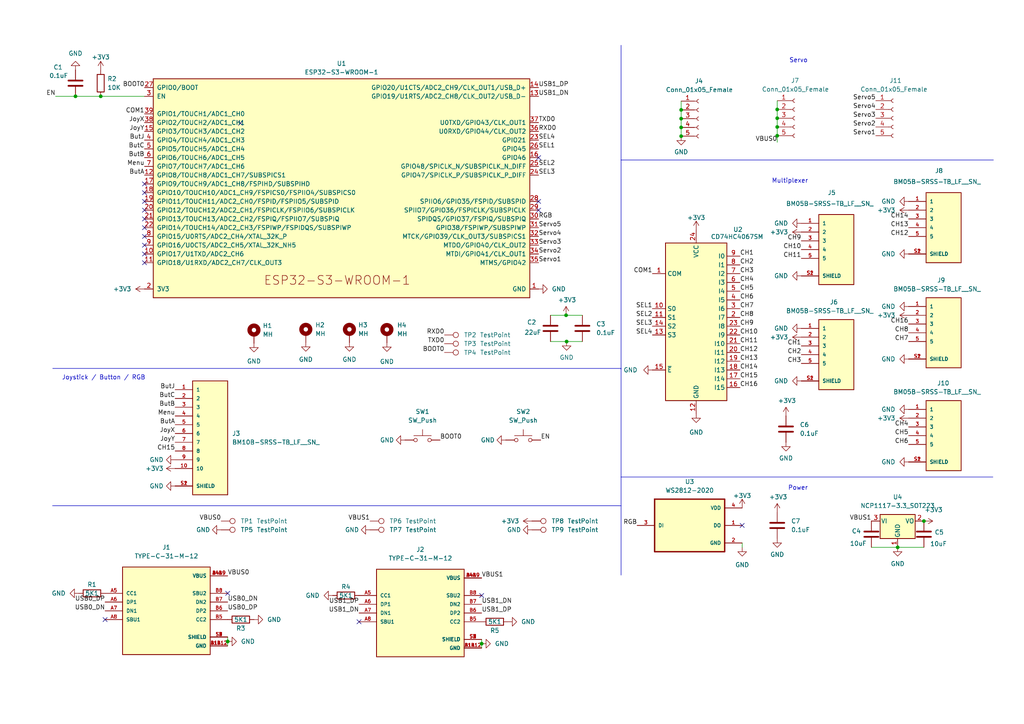
<source format=kicad_sch>
(kicad_sch (version 20230121) (generator eeschema)
  (paper "A4")
  (lib_symbols
    (symbol "74xx:CD74HC4067SM"
      (property "Reference" "U" (at -8.89 22.86 0))
      (property "Value" "CD74HC4067SM" (at 1.27 22.86 0))
      (symbol "CD74HC4067SM_0_1"
        (rectangle (start -8.89 21.59) (end 8.89 -24.13) (stroke (width 0.254)) (fill (type background)))
      )
      (symbol "CD74HC4067SM_1_1"
        (pin passive line (at -12.7 12.7 0) (length 3.81) (name "COM") (number "1"))
        (pin input line (at -12.7 2.54 0) (length 3.81) (name "S0") (number "10"))
        (pin input line (at -12.7 0 0) (length 3.81) (name "S1") (number "11"))
        (pin power_in line (at 0 -27.94 90) (length 3.81) (name "GND") (number "12"))
        (pin input line (at -12.7 -5.08 0) (length 3.81) (name "S3") (number "13"))
        (pin input line (at -12.7 -2.54 0) (length 3.81) (name "S2") (number "14"))
        (pin input line (at -12.7 -15.24 0) (length 3.81) (name "~{E}") (number "15"))
        (pin passive line (at 12.7 -20.32 180) (length 3.81) (name "I15") (number "16"))
        (pin passive line (at 12.7 -17.78 180) (length 3.81) (name "I14") (number "17"))
        (pin passive line (at 12.7 -15.24 180) (length 3.81) (name "I13") (number "18"))
        (pin passive line (at 12.7 -12.7 180) (length 3.81) (name "I12") (number "19"))
        (pin passive line (at 12.7 0 180) (length 3.81) (name "I7") (number "2"))
        (pin passive line (at 12.7 -10.16 180) (length 3.81) (name "I11") (number "20"))
        (pin passive line (at 12.7 -7.62 180) (length 3.81) (name "I10") (number "21"))
        (pin passive line (at 12.7 -5.08 180) (length 3.81) (name "I9") (number "22"))
        (pin passive line (at 12.7 -2.54 180) (length 3.81) (name "I8") (number "23"))
        (pin power_in line (at 0 25.4 270) (length 3.81) (name "VCC") (number "24"))
        (pin passive line (at 12.7 2.54 180) (length 3.81) (name "I6") (number "3"))
        (pin passive line (at 12.7 5.08 180) (length 3.81) (name "I5") (number "4"))
        (pin passive line (at 12.7 7.62 180) (length 3.81) (name "I4") (number "5"))
        (pin passive line (at 12.7 10.16 180) (length 3.81) (name "I3") (number "6"))
        (pin passive line (at 12.7 12.7 180) (length 3.81) (name "I2") (number "7"))
        (pin passive line (at 12.7 15.24 180) (length 3.81) (name "I1") (number "8"))
        (pin passive line (at 12.7 17.78 180) (length 3.81) (name "I0") (number "9"))
      )
    )
    (symbol "BM05B-SRSS-TB_LF__SN_:BM05B-SRSS-TB_LF__SN_" (pin_names (offset 1.016))
      (property "Reference" "J" (at -5.08 10.922 0))
      (property "Value" "BM05B-SRSS-TB_LF__SN_" (at -5.08 -12.7 0))
      (symbol "BM05B-SRSS-TB_LF__SN__0_0"
        (rectangle (start -5.08 -10.16) (end 5.08 10.16) (stroke (width 0.254)) (fill (type background)))
        (pin passive line (at -10.16 7.62 0) (length 5.08) (name "1") (number "1"))
        (pin passive line (at -10.16 5.08 0) (length 5.08) (name "2") (number "2"))
        (pin passive line (at -10.16 2.54 0) (length 5.08) (name "3") (number "3"))
        (pin passive line (at -10.16 0 0) (length 5.08) (name "4") (number "4"))
        (pin passive line (at -10.16 -2.54 0) (length 5.08) (name "5") (number "5"))
        (pin passive line (at -10.16 -7.62 0) (length 5.08) (name "SHIELD") (number "S1"))
        (pin passive line (at -10.16 -7.62 0) (length 5.08) (name "SHIELD") (number "S2"))
      )
    )
    (symbol "BM10B-SRSS-TB_LF__SN_:BM10B-SRSS-TB_LF__SN_" (pin_names (offset 1.016))
      (property "Reference" "J" (at -5.08 16.002 0))
      (property "Value" "BM10B-SRSS-TB_LF__SN_" (at -5.08 -20.32 0))
      (symbol "BM10B-SRSS-TB_LF__SN__0_0"
        (rectangle (start -5.08 -17.78) (end 5.08 15.24) (stroke (width 0.254)) (fill (type background)))
        (pin passive line (at -10.16 12.7 0) (length 5.08) (name "1") (number "1"))
        (pin passive line (at -10.16 -10.16 0) (length 5.08) (name "10") (number "10"))
        (pin passive line (at -10.16 10.16 0) (length 5.08) (name "2") (number "2"))
        (pin passive line (at -10.16 7.62 0) (length 5.08) (name "3") (number "3"))
        (pin passive line (at -10.16 5.08 0) (length 5.08) (name "4") (number "4"))
        (pin passive line (at -10.16 2.54 0) (length 5.08) (name "5") (number "5"))
        (pin passive line (at -10.16 0 0) (length 5.08) (name "6") (number "6"))
        (pin passive line (at -10.16 -2.54 0) (length 5.08) (name "7") (number "7"))
        (pin passive line (at -10.16 -5.08 0) (length 5.08) (name "8") (number "8"))
        (pin passive line (at -10.16 -7.62 0) (length 5.08) (name "9") (number "9"))
        (pin passive line (at -10.16 -15.24 0) (length 5.08) (name "SHIELD") (number "S1"))
        (pin passive line (at -10.16 -15.24 0) (length 5.08) (name "SHIELD") (number "S2"))
      )
    )
    (symbol "Connector:Conn_01x05_Female" (pin_names (offset 1.016) hide)
      (property "Reference" "J" (at 0 7.62 0))
      (property "Value" "Conn_01x05_Female" (at 0 -7.62 0))
      (symbol "Conn_01x05_Female_1_1"
        (arc (start 0 -4.572) (mid -0.5058 -5.08) (end 0 -5.588) (stroke (width 0.1524)))
        (arc (start 0 -2.032) (mid -0.5058 -2.54) (end 0 -3.048) (stroke (width 0.1524)))
        (polyline (pts (xy -1.27 -5.08) (xy -0.508 -5.08)) (stroke (width 0.1524)))
        (polyline (pts (xy -1.27 -2.54) (xy -0.508 -2.54)) (stroke (width 0.1524)))
        (polyline (pts (xy -1.27 0) (xy -0.508 0)) (stroke (width 0.1524)))
        (polyline (pts (xy -1.27 2.54) (xy -0.508 2.54)) (stroke (width 0.1524)))
        (polyline (pts (xy -1.27 5.08) (xy -0.508 5.08)) (stroke (width 0.1524)))
        (arc (start 0 0.508) (mid -0.5058 0) (end 0 -0.508) (stroke (width 0.1524)))
        (arc (start 0 3.048) (mid -0.5058 2.54) (end 0 2.032) (stroke (width 0.1524)))
        (arc (start 0 5.588) (mid -0.5058 5.08) (end 0 4.572) (stroke (width 0.1524)))
        (pin passive line (at -5.08 5.08 0) (length 3.81) (name "Pin_1") (number "1"))
        (pin passive line (at -5.08 2.54 0) (length 3.81) (name "Pin_2") (number "2"))
        (pin passive line (at -5.08 0 0) (length 3.81) (name "Pin_3") (number "3"))
        (pin passive line (at -5.08 -2.54 0) (length 3.81) (name "Pin_4") (number "4"))
        (pin passive line (at -5.08 -5.08 0) (length 3.81) (name "Pin_5") (number "5"))
      )
    )
    (symbol "Connector:TestPoint" (pin_numbers hide) (pin_names (offset 0.762) hide)
      (property "Reference" "TP" (at 0 6.858 0))
      (property "Value" "TestPoint" (at 0 5.08 0))
      (symbol "TestPoint_0_1"
        (circle (center 0 3.302) (radius 0.762))
      )
      (symbol "TestPoint_1_1"
        (pin passive line (at 0 0 90) (length 2.54) (name "1") (number "1"))
      )
    )
    (symbol "Device:C" (pin_numbers hide) (pin_names (offset 0.254))
      (property "Reference" "C" (at 0.635 2.54 0))
      (property "Value" "C" (at 0.635 -2.54 0))
      (symbol "C_0_1"
        (polyline (pts (xy -2.032 -0.762) (xy 2.032 -0.762)) (stroke (width 0.508)))
        (polyline (pts (xy -2.032 0.762) (xy 2.032 0.762)) (stroke (width 0.508)))
      )
      (symbol "C_1_1"
        (pin passive line (at 0 3.81 270) (length 2.794) (name "~") (number "1"))
        (pin passive line (at 0 -3.81 90) (length 2.794) (name "~") (number "2"))
      )
    )
    (symbol "Device:R" (pin_numbers hide) (pin_names (offset 0))
      (property "Reference" "R" (at 2.032 0 90))
      (property "Value" "R" (at 0 0 90))
      (symbol "R_0_1"
        (rectangle (start -1.016 -2.54) (end 1.016 2.54) (stroke (width 0.254)))
      )
      (symbol "R_1_1"
        (pin passive line (at 0 3.81 270) (length 1.27) (name "~") (number "1"))
        (pin passive line (at 0 -3.81 90) (length 1.27) (name "~") (number "2"))
      )
    )
    (symbol "Espressif:ESP32-S3-WROOM-1" (pin_names (offset 1.016))
      (property "Reference" "U" (at -53.34 38.1 0))
      (property "Value" "ESP32-S3-WROOM-1" (at -53.34 35.56 0))
      (symbol "ESP32-S3-WROOM-1_0_0"
        (rectangle (start -53.34 33.02) (end 55.88 -30.48) (stroke (width 0.254)) (fill (type background)))
        (text "ESP32-S3-WROOM-1" (at 0 -25.4 0) (effects (font (size 2.54 2.54))))
        (pin power_in line (at 58.42 -27.94 180) (length 2.54) (name "GND") (number "1"))
        (pin bidirectional line (at -55.88 -17.78 0) (length 2.54) (name "GPIO17/U1TXD/ADC2_CH6") (number "10"))
        (pin bidirectional line (at -55.88 -20.32 0) (length 2.54) (name "GPIO18/U1RXD/ADC2_CH7/CLK_OUT3") (number "11"))
        (pin bidirectional line (at -55.88 5.08 0) (length 2.54) (name "GPIO8/TOUCH8/ADC1_CH7/SUBSPICS1") (number "12"))
        (pin bidirectional line (at 58.42 27.94 180) (length 2.54) (name "GPIO19/U1RTS/ADC2_CH8/CLK_OUT2/USB_D-") (number "13"))
        (pin bidirectional line (at 58.42 30.48 180) (length 2.54) (name "GPIO20/U1CTS/ADC2_CH9/CLK_OUT1/USB_D+") (number "14"))
        (pin bidirectional line (at -55.88 17.78 0) (length 2.54) (name "GPIO3/TOUCH3/ADC1_CH2") (number "15"))
        (pin bidirectional line (at 58.42 10.16 180) (length 2.54) (name "GPIO46") (number "16"))
        (pin bidirectional line (at -55.88 2.54 0) (length 2.54) (name "GPIO9/TOUCH9/ADC1_CH8/FSPIHD/SUBSPIHD") (number "17"))
        (pin bidirectional line (at -55.88 0 0) (length 2.54) (name "GPIO10/TOUCH10/ADC1_CH9/FSPICS0/FSPIIO4/SUBSPICS0") (number "18"))
        (pin bidirectional line (at -55.88 -2.54 0) (length 2.54) (name "GPIO11/TOUCH11/ADC2_CH0/FSPID/FSPIIO5/SUBSPID") (number "19"))
        (pin power_in line (at -55.88 -27.94 0) (length 2.54) (name "3V3") (number "2"))
        (pin bidirectional line (at -55.88 -5.08 0) (length 2.54) (name "GPIO12/TOUCH12/ADC2_CH1/FSPICLK/FSPIIO6/SUBSPICLK") (number "20"))
        (pin bidirectional line (at -55.88 -7.62 0) (length 2.54) (name "GPIO13/TOUCH13/ADC2_CH2/FSPIQ/FSPIIO7/SUBSPIQ") (number "21"))
        (pin bidirectional line (at -55.88 -10.16 0) (length 2.54) (name "GPIO14/TOUCH14/ADC2_CH3/FSPIWP/FSPIDQS/SUBSPIWP") (number "22"))
        (pin bidirectional line (at 58.42 15.24 180) (length 2.54) (name "GPIO21") (number "23"))
        (pin bidirectional line (at 58.42 5.08 180) (length 2.54) (name "GPIO47/SPICLK_P/SUBSPICLK_P_DIFF") (number "24"))
        (pin bidirectional line (at 58.42 7.62 180) (length 2.54) (name "GPIO48/SPICLK_N/SUBSPICLK_N_DIFF") (number "25"))
        (pin bidirectional line (at 58.42 12.7 180) (length 2.54) (name "GPIO45") (number "26"))
        (pin bidirectional line (at -55.88 30.48 0) (length 2.54) (name "GPIO0/BOOT") (number "27"))
        (pin bidirectional line (at 58.42 -2.54 180) (length 2.54) (name "SPIIO6/GPIO35/FSPID/SUBSPID") (number "28"))
        (pin bidirectional line (at 58.42 -5.08 180) (length 2.54) (name "SPIIO7/GPIO36/FSPICLK/SUBSPICLK") (number "29"))
        (pin input line (at -55.88 27.94 0) (length 2.54) (name "EN") (number "3"))
        (pin bidirectional line (at 58.42 -7.62 180) (length 2.54) (name "SPIDQS/GPIO37/FSPIQ/SUBSPIQ") (number "30"))
        (pin bidirectional line (at 58.42 -10.16 180) (length 2.54) (name "GPIO38/FSPIWP/SUBSPIWP") (number "31"))
        (pin bidirectional line (at 58.42 -12.7 180) (length 2.54) (name "MTCK/GPIO39/CLK_OUT3/SUBSPICS1") (number "32"))
        (pin bidirectional line (at 58.42 -15.24 180) (length 2.54) (name "MTDO/GPIO40/CLK_OUT2") (number "33"))
        (pin bidirectional line (at 58.42 -17.78 180) (length 2.54) (name "MTDI/GPIO41/CLK_OUT1") (number "34"))
        (pin bidirectional line (at 58.42 -20.32 180) (length 2.54) (name "MTMS/GPIO42") (number "35"))
        (pin bidirectional line (at 58.42 17.78 180) (length 2.54) (name "U0RXD/GPIO44/CLK_OUT2") (number "36"))
        (pin bidirectional line (at 58.42 20.32 180) (length 2.54) (name "U0TXD/GPIO43/CLK_OUT1") (number "37"))
        (pin bidirectional line (at -55.88 20.32 0) (length 2.54) (name "GPIO2/TOUCH2/ADC1_CH1") (number "38"))
        (pin bidirectional line (at -55.88 22.86 0) (length 2.54) (name "GPIO1/TOUCH1/ADC1_CH0") (number "39"))
        (pin bidirectional line (at -55.88 15.24 0) (length 2.54) (name "GPIO4/TOUCH4/ADC1_CH3") (number "4"))
        (pin passive line (at 58.42 -27.94 180) (length 2.54) hide (name "GND") (number "40"))
        (pin passive line (at 58.42 -27.94 180) (length 2.54) hide (name "GND") (number "41"))
        (pin bidirectional line (at -55.88 12.7 0) (length 2.54) (name "GPIO5/TOUCH5/ADC1_CH4") (number "5"))
        (pin bidirectional line (at -55.88 10.16 0) (length 2.54) (name "GPIO6/TOUCH6/ADC1_CH5") (number "6"))
        (pin bidirectional line (at -55.88 7.62 0) (length 2.54) (name "GPIO7/TOUCH7/ADC1_CH6") (number "7"))
        (pin bidirectional line (at -55.88 -12.7 0) (length 2.54) (name "GPIO15/U0RTS/ADC2_CH4/XTAL_32K_P") (number "8"))
        (pin bidirectional line (at -55.88 -15.24 0) (length 2.54) (name "GPIO16/U0CTS/ADC2_CH5/XTAL_32K_NH5") (number "9"))
      )
    )
    (symbol "GND_1" (power) (pin_names (offset 0))
      (property "Value" "GND_1" (at 0 -3.81 0))
      (symbol "GND_1_0_1"
        (polyline (pts (xy 0 0) (xy 0 -1.27) (xy 1.27 -1.27) (xy 0 -2.54) (xy -1.27 -1.27) (xy 0 -1.27)))
      )
      (symbol "GND_1_1_1"
        (pin power_in line (at 0 0 270) (length 0) hide (name "GND") (number "1"))
      )
    )
    (symbol "GND_2" (power) (pin_names (offset 0))
      (property "Value" "GND_2" (at 0 -3.81 0))
      (symbol "GND_2_0_1"
        (polyline (pts (xy 0 0) (xy 0 -1.27) (xy 1.27 -1.27) (xy 0 -2.54) (xy -1.27 -1.27) (xy 0 -1.27)))
      )
      (symbol "GND_2_1_1"
        (pin power_in line (at 0 0 270) (length 0) hide (name "GND") (number "1"))
      )
    )
    (symbol "Mechanical:MountingHole_Pad" (pin_numbers hide) (pin_names (offset 1.016) hide)
      (property "Reference" "H" (at 0 6.35 0))
      (property "Value" "MountingHole_Pad" (at 0 4.445 0))
      (symbol "MountingHole_Pad_0_1"
        (circle (center 0 1.27) (radius 1.27) (stroke (width 1.27)))
      )
      (symbol "MountingHole_Pad_1_1"
        (pin input line (at 0 -2.54 90) (length 2.54) (name "1") (number "1"))
      )
    )
    (symbol "Regulator_Linear:NCP1117-3.3_SOT223" (pin_names (offset 0.254))
      (property "Reference" "U" (at -3.81 3.175 0))
      (property "Value" "NCP1117-3.3_SOT223" (at 0 3.175 0))
      (symbol "NCP1117-3.3_SOT223_0_1"
        (rectangle (start -5.08 -5.08) (end 5.08 1.905) (stroke (width 0.254)) (fill (type background)))
      )
      (symbol "NCP1117-3.3_SOT223_1_1"
        (pin power_in line (at 0 -7.62 90) (length 2.54) (name "GND") (number "1"))
        (pin power_out line (at 7.62 0 180) (length 2.54) (name "VO") (number "2"))
        (pin power_in line (at -7.62 0 0) (length 2.54) (name "VI") (number "3"))
      )
    )
    (symbol "Switch:SW_Push" (pin_numbers hide) (pin_names (offset 1.016) hide)
      (property "Reference" "SW" (at 1.27 2.54 0))
      (property "Value" "SW_Push" (at 0 -1.524 0))
      (symbol "SW_Push_0_1"
        (circle (center -2.032 0) (radius 0.508))
        (polyline (pts (xy 0 1.27) (xy 0 3.048)))
        (polyline (pts (xy 2.54 1.27) (xy -2.54 1.27)))
        (circle (center 2.032 0) (radius 0.508))
        (pin passive line (at -5.08 0 0) (length 2.54) (name "1") (number "1"))
        (pin passive line (at 5.08 0 180) (length 2.54) (name "2") (number "2"))
      )
    )
    (symbol "TYPE-C-31-M-12:TYPE-C-31-M-12" (pin_names (offset 1.016))
      (property "Reference" "J" (at -12.7 13.462 0))
      (property "Value" "TYPE-C-31-M-12" (at -12.7 -13.462 0))
      (symbol "TYPE-C-31-M-12_0_0"
        (rectangle (start -12.7 -12.7) (end 12.7 12.7) (stroke (width 0.254)) (fill (type background)))
        (pin power_in line (at 17.78 -10.16 180) (length 5.08) (name "GND") (number "A1B12"))
        (pin power_in line (at 17.78 10.16 180) (length 5.08) (name "VBUS") (number "A4B9"))
        (pin bidirectional line (at -17.78 5.08 0) (length 5.08) (name "CC1") (number "A5"))
        (pin bidirectional line (at -17.78 2.54 0) (length 5.08) (name "DP1") (number "A6"))
        (pin bidirectional line (at -17.78 0 0) (length 5.08) (name "DN1") (number "A7"))
        (pin bidirectional line (at -17.78 -2.54 0) (length 5.08) (name "SBU1") (number "A8"))
        (pin power_in line (at 17.78 -10.16 180) (length 5.08) (name "GND") (number "B1A12"))
        (pin power_in line (at 17.78 10.16 180) (length 5.08) (name "VBUS") (number "B4A9"))
        (pin bidirectional line (at 17.78 -2.54 180) (length 5.08) (name "CC2") (number "B5"))
        (pin bidirectional line (at 17.78 0 180) (length 5.08) (name "DP2") (number "B6"))
        (pin bidirectional line (at 17.78 2.54 180) (length 5.08) (name "DN2") (number "B7"))
        (pin bidirectional line (at 17.78 5.08 180) (length 5.08) (name "SBU2") (number "B8"))
        (pin passive line (at 17.78 -7.62 180) (length 5.08) (name "SHIELD") (number "S1"))
        (pin passive line (at 17.78 -7.62 180) (length 5.08) (name "SHIELD") (number "S2"))
        (pin passive line (at 17.78 -7.62 180) (length 5.08) (name "SHIELD") (number "S3"))
        (pin passive line (at 17.78 -7.62 180) (length 5.08) (name "SHIELD") (number "S4"))
      )
    )
    (symbol "WS2812-2020:WS2812-2020" (pin_names (offset 1.016))
      (property "Reference" "U" (at -10.16 7.62 0))
      (property "Value" "WS2812-2020" (at -10.16 -10.16 0))
      (symbol "WS2812-2020_0_0"
        (rectangle (start -10.16 -7.62) (end 10.16 7.62) (stroke (width 0.4064)) (fill (type background)))
        (pin output line (at 15.24 0 180) (length 5.08) (name "DO") (number "1"))
        (pin power_in line (at 15.24 -5.08 180) (length 5.08) (name "GND") (number "2"))
        (pin input line (at -15.24 0 0) (length 5.08) (name "DI") (number "3"))
        (pin power_in line (at 15.24 5.08 180) (length 5.08) (name "VDD") (number "4"))
      )
    )
    (symbol "power:+3.3V" (power) (pin_names (offset 0))
      (property "Value" "+3.3V" (at 0 3.556 0))
      (symbol "+3.3V_0_1"
        (polyline (pts (xy -0.762 1.27) (xy 0 2.54)))
        (polyline (pts (xy 0 0) (xy 0 2.54)))
        (polyline (pts (xy 0 2.54) (xy 0.762 1.27)))
      )
      (symbol "+3.3V_1_1"
        (pin power_in line (at 0 0 90) (length 0) hide (name "+3V3") (number "1"))
      )
    )
    (symbol "power:GND" (power) (pin_names (offset 0))
      (property "Value" "GND" (at 0 -3.81 0))
      (symbol "GND_0_1"
        (polyline (pts (xy 0 0) (xy 0 -1.27) (xy 1.27 -1.27) (xy 0 -2.54) (xy -1.27 -1.27) (xy 0 -1.27)))
      )
      (symbol "GND_1_1"
        (pin power_in line (at 0 0 270) (length 0) hide (name "GND") (number "1"))
      )
    )
  )
  (junction (at 225.425 39.37))
  (junction (at 260.35 158.75))
  (junction (at 66.04 186.055))
  (junction (at 29.21 27.94))
  (junction (at 225.425 34.29))
  (junction (at 225.425 36.83))
  (junction (at 164.1856 91.44))
  (junction (at 197.5612 31.877))
  (junction (at 21.8948 27.94))
  (junction (at 197.5612 39.497))
  (junction (at 139.7 186.69))
  (junction (at 164.338 99.06))
  (junction (at 197.5612 34.417))
  (junction (at 197.5612 36.957))
  (junction (at 267.97 151.13))
  (junction (at 225.425 31.75))
  (no_connect (at 215.265 152.4))
  (no_connect (at 156.21 45.72))
  (no_connect (at 41.91 55.88))
  (no_connect (at 41.91 53.34))
  (no_connect (at 156.21 60.96))
  (no_connect (at 156.21 58.42))
  (no_connect (at 41.91 63.5))
  (no_connect (at 41.91 58.42))
  (no_connect (at 41.91 60.96))
  (no_connect (at 41.91 66.04))
  (no_connect (at 41.91 68.58))
  (no_connect (at 41.91 71.12))
  (no_connect (at 41.91 73.66))
  (no_connect (at 41.91 76.2))
  (no_connect (at 139.7 172.72))
  (no_connect (at 69.7484 35.7378))
  (no_connect (at 30.48 179.705))
  (no_connect (at 104.14 180.34))
  (no_connect (at 66.04 172.085))
  (polyline (pts (xy 180.1368 138.3538) (xy 180.1368 46.4058)))
  (wire (pts (xy 139.7 185.42) (xy 139.7 186.69)))
  (wire (pts (xy 225.425 29.21) (xy 225.425 31.75)))
  (polyline (pts (xy 180.1368 166.8018) (xy 180.1368 146.685)))
  (wire (pts (xy 225.425 39.37) (xy 225.425 41.275)))
  (polyline (pts (xy 15.24 146.685) (xy 180.1368 146.685)))
  (wire (pts (xy 66.04 184.785) (xy 66.04 186.055)))
  (wire (pts (xy 16.1036 27.94) (xy 21.8948 27.94)))
  (polyline (pts (xy 15.2908 106.8578) (xy 180.1368 106.8578)))
  (wire (pts (xy 197.5612 36.957) (xy 197.5612 39.497)))
  (wire (pts (xy 164.338 99.06) (xy 168.91 99.06)))
  (wire (pts (xy 159.6644 91.44) (xy 164.1856 91.44)))
  (polyline (pts (xy 180.1368 13.1318) (xy 180.1368 46.4058)))
  (wire (pts (xy 252.73 158.75) (xy 260.35 158.75)))
  (polyline (pts (xy 180.1368 106.8578) (xy 180.1368 107.061)))
  (wire (pts (xy 164.1856 91.44) (xy 168.91 91.44)))
  (wire (pts (xy 139.7 186.69) (xy 139.7 187.96)))
  (polyline (pts (xy 180.1368 46.4058) (xy 288.1376 46.4058)))
  (wire (pts (xy 159.6644 99.06) (xy 164.338 99.06)))
  (wire (pts (xy 225.425 34.29) (xy 225.425 36.83)))
  (wire (pts (xy 215.265 157.48) (xy 215.265 158.75)))
  (polyline (pts (xy 180.1368 146.6342) (xy 180.1368 138.3538)))
  (wire (pts (xy 66.04 186.055) (xy 66.04 187.325)))
  (polyline (pts (xy 180.1368 138.3538) (xy 287.9852 138.3538)))
  (wire (pts (xy 225.425 36.83) (xy 225.425 39.37)))
  (wire (pts (xy 197.5612 34.417) (xy 197.5612 36.957)))
  (wire (pts (xy 197.5612 29.337) (xy 197.5612 31.877)))
  (wire (pts (xy 197.5612 31.877) (xy 197.5612 34.417)))
  (wire (pts (xy 260.35 158.75) (xy 267.97 158.75)))
  (wire (pts (xy 225.425 31.75) (xy 225.425 34.29)))
  (wire (pts (xy 29.21 27.94) (xy 41.91 27.94)))
  (wire (pts (xy 21.8948 27.94) (xy 29.21 27.94)))
  (text "Servo" (at 228.9048 18.3642 0) (effects (font (size 1.27 1.27)) (justify left bottom)))
  (text "Joystick / Button / RGB" (at 17.9324 110.363 0) (effects (font (size 1.27 1.27)) (justify left bottom)))
  (text "Multiplexer" (at 223.8248 53.3146 0) (effects (font (size 1.27 1.27)) (justify left bottom)))
  (text "Power" (at 228.5492 142.367 0) (effects (font (size 1.27 1.27)) (justify left bottom)))
  (label "USB1_DN" (at 139.7 175.26 0))
  (label "CH14" (at 263.525 63.5 180))
  (label "SEL2" (at 189.23 92.075 180))
  (label "Menu" (at 50.8 120.65 180))
  (label "CH6" (at 214.63 86.995 0))
  (label "COM1" (at 189.23 79.375 180))
  (label "CH8" (at 263.525 96.52 180))
  (label "CH16" (at 214.63 112.395 0))
  (label "USB0_DP" (at 66.04 177.165 0))
  (label "EN" (at 16.1036 27.94 180))
  (label "Servo1" (at 156.21 76.2 0))
  (label "SEL3" (at 189.23 94.615 180))
  (label "ButA" (at 41.91 50.8 180))
  (label "Servo5" (at 254 29.21 180))
  (label "CH3" (at 214.63 79.375 0))
  (label "USB1_DP" (at 156.21 25.4 0))
  (label "ButC" (at 41.91 43.18 180))
  (label "Servo2" (at 156.21 73.66 0))
  (label "SEL3" (at 156.21 50.8 0))
  (label "CH3" (at 232.41 105.41 180))
  (label "USB1_DN" (at 104.14 177.8 180))
  (label "CH13" (at 263.525 66.04 180))
  (label "COM1" (at 41.91 33.02 180))
  (label "BOOT0" (at 128.905 102.235 180))
  (label "Servo5" (at 156.21 66.04 0))
  (label "CH2" (at 214.63 76.835 0))
  (label "VBUS0" (at 225.425 41.275 180))
  (label "SEL2" (at 156.21 48.26 0))
  (label "TXD0" (at 156.21 35.56 0))
  (label "ButB" (at 50.8 118.11 180))
  (label "BOOT0" (at 41.91 25.4 180))
  (label "CH1" (at 232.41 100.33 180))
  (label "CH11" (at 232.41 74.93 180))
  (label "CH12" (at 263.525 68.58 180))
  (label "TXD0" (at 128.905 99.695 180))
  (label "CH9" (at 214.63 94.615 0))
  (label "CH7" (at 214.63 89.535 0))
  (label "CH12" (at 214.63 102.235 0))
  (label "Servo3" (at 156.21 71.12 0))
  (label "USB0_DN" (at 30.48 177.165 180))
  (label "JoyY" (at 41.91 38.1 180))
  (label "Servo3" (at 254 34.29 180))
  (label "RXD0" (at 156.21 38.1 0))
  (label "CH4" (at 214.63 81.915 0))
  (label "CH1" (at 214.63 74.295 0))
  (label "CH4" (at 263.525 123.825 180))
  (label "CH10" (at 232.41 72.39 180))
  (label "USB1_DP" (at 104.14 175.26 180))
  (label "Menu" (at 41.91 48.26 180))
  (label "Servo4" (at 254 31.75 180))
  (label "CH15" (at 214.63 109.855 0))
  (label "VBUS0" (at 64.135 151.13 180))
  (label "VBUS1" (at 107.315 151.13 180))
  (label "CH11" (at 214.63 99.695 0))
  (label "CH5" (at 214.63 84.455 0))
  (label "CH15" (at 50.8 130.81 180))
  (label "CH6" (at 263.525 128.905 180))
  (label "ButJ" (at 41.91 40.64 180))
  (label "RXD0" (at 128.905 97.155 180))
  (label "CH9" (at 232.41 69.85 180))
  (label "CH13" (at 214.63 104.775 0))
  (label "CH7" (at 263.525 99.06 180))
  (label "JoyY" (at 50.8 128.27 180))
  (label "VBUS1" (at 139.7 167.64 0))
  (label "USB0_DN" (at 66.04 174.625 0))
  (label "Servo4" (at 156.21 68.58 0))
  (label "USB1_DN" (at 156.21 27.94 0))
  (label "RGB" (at 156.21 63.5 0))
  (label "ButC" (at 50.8 115.57 180))
  (label "CH2" (at 232.41 102.87 180))
  (label "RGB" (at 184.785 152.4 180))
  (label "CH10" (at 214.63 97.155 0))
  (label "JoyX" (at 41.91 35.56 180))
  (label "ButJ" (at 50.8 113.03 180))
  (label "EN" (at 156.845 127.635 0))
  (label "USB0_DP" (at 30.48 174.625 180))
  (label "CH14" (at 214.63 107.315 0))
  (label "JoyX" (at 50.8 125.73 180))
  (label "ButA" (at 50.8 123.19 180))
  (label "CH8" (at 214.63 92.075 0))
  (label "Servo1" (at 254 39.37 180))
  (label "VBUS1" (at 252.73 151.13 180))
  (label "SEL4" (at 189.23 97.155 180))
  (label "SEL1" (at 156.21 43.18 0))
  (label "Servo2" (at 254 36.83 180))
  (label "SEL1" (at 189.23 89.535 180))
  (label "BOOT0" (at 127.635 127.635 0))
  (label "CH5" (at 263.525 126.365 180))
  (label "SEL4" (at 156.21 40.64 0))
  (label "ButB" (at 41.91 45.72 180))
  (label "CH16" (at 263.525 93.98 180))
  (label "USB1_DP" (at 139.7 177.8 0))
  (label "VBUS0" (at 66.04 167.005 0))
  (symbol (lib_id "power:+3.3V") (at 232.41 67.31 90) (unit 1)
    (property "Reference" "#PWR0111" (effects hide))
    (property "Value" "+3.3V" (at 228.6 67.3099 90) (effects (justify left)))
  )
  (symbol (lib_id "power:GND") (at 101.346 99.3394 0) (unit 1)
    (property "Reference" "#PWR0122" (effects hide))
    (property "Value" "GND" (at 101.346 104.267 0))
  )
  (symbol (lib_id "power:+3.3V") (at 263.525 60.96 90) (unit 1)
    (property "Reference" "#PWR0115" (effects hide))
    (property "Value" "+3.3V" (at 259.715 60.9599 90) (effects (justify left)))
  )
  (symbol (lib_id "Connector:Conn_01x05_Female") (at 202.6412 34.417 0) (unit 1)
    (property "Reference" "J4" (at 201.5236 23.495 0) (effects (justify left)))
    (property "Value" "Conn_01x05_Female" (at 193.0908 26.035 0) (effects (justify left)))
    (property "Footprint" "Connector_PinHeader_2.54mm:PinHeader_1x05_P2.54mm_Vertical" (effects hide))
    (property "LCSC" "C492404" (effects hide))
  )
  (symbol (lib_id "Connector:TestPoint") (at 64.135 151.13 270) (unit 1)
    (property "Reference" "TP1" (at 69.7738 151.13 90) (effects (justify left)))
    (property "Value" "TestPoint" (at 74.3966 151.13 90) (effects (justify left)))
    (property "Footprint" "TestPoint:TestPoint_Pad_D1.5mm" (effects hide))
  )
  (symbol (lib_id "power:GND") (at 227.965 128.27 0) (unit 1)
    (property "Reference" "#PWR0128" (effects hide))
    (property "Value" "GND" (at 227.965 132.8928 0))
  )
  (symbol (lib_id "power:+3.3V") (at 29.21 20.32 0) (unit 1)
    (property "Reference" "#PWR0127" (effects hide))
    (property "Value" "+3.3V" (at 29.21 16.5608 0))
  )
  (symbol (lib_id "power:+3.3V") (at 41.91 83.82 90) (unit 1)
    (property "Reference" "#PWR0104" (effects hide))
    (property "Value" "+3.3V" (at 38.1 83.8199 90) (effects (justify left)))
  )
  (symbol (lib_id "power:GND") (at 21.8948 20.32 180) (unit 1)
    (property "Reference" "#PWR0130" (effects hide))
    (property "Value" "GND" (at 21.8948 15.494 0))
  )
  (symbol (lib_id "Device:R") (at 100.33 172.72 90) (unit 1)
    (property "Reference" "R4" (at 100.33 170.18 90))
    (property "Value" "5K1" (at 100.33 172.72 90))
    (property "Footprint" "Resistor_SMD:R_0402_1005Metric" (effects hide))
    (property "LCSC" "C105872" (effects hide))
  )
  (symbol (lib_id "Device:C") (at 225.425 152.4 0) (unit 1)
    (property "Reference" "C7" (at 229.4382 151.1299 0) (effects (justify left)))
    (property "Value" "0.1uF" (at 229.4382 153.6699 0) (effects (justify left)))
    (property "Footprint" "Capacitor_SMD:C_0402_1005Metric" (effects hide))
    (property "LCSC" "C129131" (effects hide))
  )
  (symbol (lib_id "BM05B-SRSS-TB_LF__SN_:BM05B-SRSS-TB_LF__SN_") (at 273.685 96.52 0) (unit 1)
    (property "Reference" "J9" (at 271.78 81.28 0) (effects (justify left)))
    (property "Value" "BM05B-SRSS-TB_LF__SN_" (at 259.08 83.82 0) (effects (justify left)))
    (property "Footprint" "footprint:JST_BM05B-SRSS-TB_LF__SN_" (effects hide))
    (property "LCSC" "C160391" (effects hide))
  )
  (symbol (lib_name "GND_2") (lib_id "power:GND") (at 154.305 153.67 270) (unit 1)
    (property "Reference" "#PWR06" (effects hide))
    (property "Value" "GND" (at 151.13 153.67 90) (effects (justify right)))
  )
  (symbol (lib_id "Connector:Conn_01x05_Female") (at 259.08 34.29 0) (unit 1)
    (property "Reference" "J11" (at 257.9624 23.368 0) (effects (justify left)))
    (property "Value" "Conn_01x05_Female" (at 249.5296 25.908 0) (effects (justify left)))
    (property "Footprint" "Connector_PinHeader_2.54mm:PinHeader_1x05_P2.54mm_Vertical" (effects hide))
    (property "LCSC" "C492404" (effects hide))
  )
  (symbol (lib_id "power:GND") (at 263.525 88.9 270) (unit 1)
    (property "Reference" "#PWR0105" (effects hide))
    (property "Value" "GND" (at 259.715 88.8999 90) (effects (justify right)))
  )
  (symbol (lib_name "GND_1") (lib_id "power:GND") (at 215.265 158.75 0) (unit 1)
    (property "Reference" "#PWR01" (effects hide))
    (property "Value" "GND" (at 215.265 163.83 0))
  )
  (symbol (lib_id "Mechanical:MountingHole_Pad") (at 101.346 96.7994 0) (unit 1)
    (property "Reference" "H3" (at 103.886 94.2593 0) (effects (justify left)))
    (property "Value" "MH" (at 103.886 96.7993 0) (effects (justify left)))
    (property "Footprint" "MountingHole:MountingHole_2.2mm_M2" (effects hide))
  )
  (symbol (lib_id "Connector:TestPoint") (at 128.905 102.235 270) (unit 1)
    (property "Reference" "TP4" (at 134.5438 102.2858 90) (effects (justify left)))
    (property "Value" "TestPoint" (at 139.2174 102.235 90) (effects (justify left)))
    (property "Footprint" "TestPoint:TestPoint_Pad_D1.5mm" (effects hide))
  )
  (symbol (lib_id "Connector:Conn_01x05_Female") (at 230.505 34.29 0) (unit 1)
    (property "Reference" "J7" (at 229.3874 23.368 0) (effects (justify left)))
    (property "Value" "Conn_01x05_Female" (at 220.9546 25.908 0) (effects (justify left)))
    (property "Footprint" "Connector_PinHeader_2.54mm:PinHeader_1x05_P2.54mm_Vertical" (effects hide))
    (property "LCSC" "C492404" (effects hide))
  )
  (symbol (lib_id "power:+3.3V") (at 263.525 91.44 90) (unit 1)
    (property "Reference" "#PWR0106" (effects hide))
    (property "Value" "+3.3V" (at 259.715 91.4399 90) (effects (justify left)))
  )
  (symbol (lib_id "TYPE-C-31-M-12:TYPE-C-31-M-12") (at 48.26 177.165 0) (unit 1)
    (property "Reference" "J1" (at 48.26 158.75 0))
    (property "Value" "TYPE-C-31-M-12" (at 48.26 161.29 0))
    (property "Footprint" "footprint:HRO_TYPE-C-31-M-12" (effects hide))
    (property "MANUFACTURER" "HRO Electronics" (effects hide))
    (property "PARTREV" "A" (effects hide))
    (property "MAXIMUM_PACKAGE_HEIGHT" "3.31mm" (effects hide))
    (property "STANDARD" "Manufacturer Recommendations" (effects hide))
    (property "LCSC" "C165948" (effects hide))
  )
  (symbol (lib_id "power:GND") (at 22.86 172.085 270) (unit 1)
    (property "Reference" "#PWR0132" (effects hide))
    (property "Value" "GND" (at 19.05 172.0849 90) (effects (justify right)))
  )
  (symbol (lib_id "Espressif:ESP32-S3-WROOM-1") (at 97.79 55.88 0) (unit 1)
    (property "Reference" "U1" (at 99.06 18.415 0))
    (property "Value" "ESP32-S3-WROOM-1" (at 99.06 20.955 0))
    (property "Footprint" "Espressif:ESP32-S3-WROOM-1" (effects hide))
    (property "Datasheet" "https://www.espressif.com/sites/default/files/documentation/esp32-s3-wroom-1_wroom-1u_datasheet_en.pdf" (effects hide))
    (property "LCSC" "C2913198" (effects hide))
  )
  (symbol (lib_id "TYPE-C-31-M-12:TYPE-C-31-M-12") (at 121.92 177.8 0) (unit 1)
    (property "Reference" "J2" (at 121.92 159.385 0))
    (property "Value" "TYPE-C-31-M-12" (at 121.92 161.925 0))
    (property "Footprint" "footprint:HRO_TYPE-C-31-M-12" (effects hide))
    (property "MANUFACTURER" "HRO Electronics" (effects hide))
    (property "PARTREV" "A" (effects hide))
    (property "MAXIMUM_PACKAGE_HEIGHT" "3.31mm" (effects hide))
    (property "STANDARD" "Manufacturer Recommendations" (effects hide))
    (property "LCSC" "C165948" (effects hide))
  )
  (symbol (lib_id "Device:C") (at 168.91 95.25 0) (unit 1)
    (property "Reference" "C3" (at 172.9232 93.9799 0) (effects (justify left)))
    (property "Value" "0.1uF" (at 172.9232 96.5199 0) (effects (justify left)))
    (property "Footprint" "Capacitor_SMD:C_0402_1005Metric" (effects hide))
    (property "LCSC" "C129131" (effects hide))
  )
  (symbol (lib_id "power:GND") (at 73.66 99.5426 0) (unit 1)
    (property "Reference" "#PWR0123" (effects hide))
    (property "Value" "GND" (at 73.66 104.775 0))
  )
  (symbol (lib_id "power:+3.3V") (at 164.1856 91.44 0) (unit 1)
    (property "Reference" "#PWR0126" (effects hide))
    (property "Value" "+3.3V" (at 164.465 86.995 0))
  )
  (symbol (lib_id "Mechanical:MountingHole_Pad") (at 73.66 97.0026 0) (unit 1)
    (property "Reference" "H1" (at 76.2 94.4625 0) (effects (justify left)))
    (property "Value" "MH" (at 76.2 97.0025 0) (effects (justify left)))
    (property "Footprint" "MountingHole:MountingHole_2.2mm_M2" (effects hide))
  )
  (symbol (lib_id "Device:C") (at 159.6644 95.25 0) (unit 1)
    (property "Reference" "C2" (at 152.8572 93.472 0) (effects (justify left)))
    (property "Value" "22uF" (at 152.0952 96.4184 0) (effects (justify left)))
    (property "Footprint" "Capacitor_SMD:C_0402_1005Metric" (effects hide))
    (property "LCSC" "C415703" (effects hide))
  )
  (symbol (lib_id "power:GND") (at 197.5612 39.497 0) (unit 1)
    (property "Reference" "#PWR0119" (effects hide))
    (property "Value" "GND" (at 197.5612 44.069 0))
  )
  (symbol (lib_id "Mechanical:MountingHole_Pad") (at 112.2172 96.8502 0) (unit 1)
    (property "Reference" "H4" (at 115.1636 94.3101 0) (effects (justify left)))
    (property "Value" "MH" (at 115.1636 96.8501 0) (effects (justify left)))
    (property "Footprint" "MountingHole:MountingHole_2.2mm_M2" (effects hide))
  )
  (symbol (lib_id "Switch:SW_Push") (at 151.765 127.635 0) (unit 1)
    (property "Reference" "SW2" (at 151.765 119.38 0))
    (property "Value" "SW_Push" (at 151.765 121.92 0))
    (property "Footprint" "Button_Switch_SMD:SW_Push_1P1T_NO_CK_KMR2" (effects hide))
    (property "LCSC" "C221678" (effects hide))
  )
  (symbol (lib_id "power:GND") (at 263.525 118.745 270) (unit 1)
    (property "Reference" "#PWR0116" (effects hide))
    (property "Value" "GND" (at 259.715 118.7449 90) (effects (justify right)))
  )
  (symbol (lib_id "power:GND") (at 232.41 110.49 270) (unit 1)
    (property "Reference" "#PWR0141" (effects hide))
    (property "Value" "GND" (at 228.6 110.4899 90) (effects (justify right)))
  )
  (symbol (lib_id "power:GND") (at 66.04 186.055 90) (unit 1)
    (property "Reference" "#PWR0133" (effects hide))
    (property "Value" "GND" (at 69.85 186.0549 90) (effects (justify right)))
  )
  (symbol (lib_id "Device:C") (at 267.97 154.94 0) (unit 1)
    (property "Reference" "C5" (at 271.0688 154.3812 0) (effects (justify left)))
    (property "Value" "10uF" (at 269.748 157.734 0) (effects (justify left)))
    (property "Footprint" "Capacitor_SMD:C_0402_1005Metric" (effects hide))
    (property "LCSC" "C315248" (effects hide))
  )
  (symbol (lib_id "Connector:TestPoint") (at 128.905 99.695 270) (unit 1)
    (property "Reference" "TP3" (at 134.5438 99.695 90) (effects (justify left)))
    (property "Value" "TestPoint" (at 139.2174 99.695 90) (effects (justify left)))
    (property "Footprint" "TestPoint:TestPoint_Pad_D1.5mm" (effects hide))
  )
  (symbol (lib_id "Device:C") (at 21.8948 24.13 0) (unit 1)
    (property "Reference" "C1" (at 15.494 19.5072 0) (effects (justify left)))
    (property "Value" "0.1uF" (at 14.2748 21.9456 0) (effects (justify left)))
    (property "Footprint" "Capacitor_SMD:C_0402_1005Metric" (effects hide))
    (property "LCSC" "C129131" (effects hide))
  )
  (symbol (lib_id "74xx:CD74HC4067SM") (at 201.93 92.075 0) (unit 1)
    (property "Reference" "U2" (at 212.6488 66.5734 0) (effects (justify left)))
    (property "Value" "CD74HC4067SM" (at 206.1464 68.6562 0) (effects (justify left)))
    (property "Footprint" "Package_SO:SSOP-24_5.3x8.2mm_P0.65mm" (effects hide))
    (property "Datasheet" "http://www.ti.com/lit/ds/symlink/cd74hc4067.pdf" (effects hide))
    (property "LCSC" "C496123" (effects hide))
  )
  (symbol (lib_id "power:GND") (at 73.66 179.705 90) (unit 1)
    (property "Reference" "#PWR0134" (effects hide))
    (property "Value" "GND" (at 77.47 179.7049 90) (effects (justify right)))
  )
  (symbol (lib_id "Device:R") (at 29.21 24.13 0) (unit 1)
    (property "Reference" "R2" (at 31.1404 22.8599 0) (effects (justify left)))
    (property "Value" "10K" (at 31.1404 25.3999 0) (effects (justify left)))
    (property "Footprint" "Resistor_SMD:R_0402_1005Metric" (effects hide))
    (property "LCSC" "C427247" (effects hide))
  )
  (symbol (lib_id "power:GND") (at 232.41 95.25 270) (unit 1)
    (property "Reference" "#PWR0142" (effects hide))
    (property "Value" "GND" (at 228.6 95.2499 90) (effects (justify right)))
  )
  (symbol (lib_id "BM10B-SRSS-TB_LF__SN_:BM10B-SRSS-TB_LF__SN_") (at 60.96 125.73 0) (unit 1)
    (property "Reference" "J3" (at 67.31 125.7299 0) (effects (justify left)))
    (property "Value" "BM10B-SRSS-TB_LF__SN_" (at 67.31 128.2699 0) (effects (justify left)))
    (property "Footprint" "footprint:JST_BM10B-SRSS-TB_LF__SN_" (effects hide))
    (property "MF" "JST" (effects hide))
    (property "MANUFACTURER" "JST Sales America Inc." (effects hide))
    (property "LCSC" "C160396" (effects hide))
  )
  (symbol (lib_id "power:GND") (at 147.32 180.34 90) (unit 1)
    (property "Reference" "#PWR0136" (effects hide))
    (property "Value" "GND" (at 151.13 180.3399 90) (effects (justify right)))
  )
  (symbol (lib_id "BM05B-SRSS-TB_LF__SN_:BM05B-SRSS-TB_LF__SN_") (at 242.57 72.39 0) (unit 1)
    (property "Reference" "J5" (at 240.03 55.88 0) (effects (justify left)))
    (property "Value" "BM05B-SRSS-TB_LF__SN_" (at 227.965 59.055 0) (effects (justify left)))
    (property "Footprint" "footprint:JST_BM05B-SRSS-TB_LF__SN_" (effects hide))
    (property "LCSC" "C160391" (effects hide))
  )
  (symbol (lib_id "power:GND") (at 50.8 140.97 270) (unit 1)
    (property "Reference" "#PWR0144" (effects hide))
    (property "Value" "GND" (at 47.4472 140.9699 90) (effects (justify right)))
  )
  (symbol (lib_id "Connector:TestPoint") (at 128.905 97.155 270) (unit 1)
    (property "Reference" "TP2" (at 134.5438 97.155 90) (effects (justify left)))
    (property "Value" "TestPoint" (at 139.1666 97.155 90) (effects (justify left)))
    (property "Footprint" "TestPoint:TestPoint_Pad_D1.5mm" (effects hide))
  )
  (symbol (lib_id "power:GND") (at 50.8 133.35 270) (unit 1)
    (property "Reference" "#PWR0138" (effects hide))
    (property "Value" "GND" (at 47.4472 133.3499 90) (effects (justify right)))
  )
  (symbol (lib_id "BM05B-SRSS-TB_LF__SN_:BM05B-SRSS-TB_LF__SN_") (at 242.57 102.87 0) (unit 1)
    (property "Reference" "J6" (at 240.665 87.63 0) (effects (justify left)))
    (property "Value" "BM05B-SRSS-TB_LF__SN_" (at 227.965 90.17 0) (effects (justify left)))
    (property "Footprint" "footprint:JST_BM05B-SRSS-TB_LF__SN_" (effects hide))
    (property "LCSC" "C160391" (effects hide))
  )
  (symbol (lib_id "power:GND") (at 263.525 133.985 270) (unit 1)
    (property "Reference" "#PWR0113" (effects hide))
    (property "Value" "GND" (at 259.715 133.9849 90) (effects (justify right)))
  )
  (symbol (lib_id "power:GND") (at 263.525 58.42 270) (unit 1)
    (property "Reference" "#PWR0114" (effects hide))
    (property "Value" "GND" (at 259.715 58.4199 90) (effects (justify right)))
  )
  (symbol (lib_id "power:GND") (at 112.2172 99.3902 0) (unit 1)
    (property "Reference" "#PWR0121" (effects hide))
    (property "Value" "GND" (at 112.2172 104.8766 0))
  )
  (symbol (lib_id "power:GND") (at 263.525 73.66 270) (unit 1)
    (property "Reference" "#PWR0107" (effects hide))
    (property "Value" "GND" (at 259.715 73.6599 90) (effects (justify right)))
  )
  (symbol (lib_id "power:+3.3V") (at 154.305 151.13 90) (unit 1)
    (property "Reference" "#PWR05" (effects hide))
    (property "Value" "+3.3V" (at 147.955 151.13 90))
  )
  (symbol (lib_id "power:GND") (at 189.23 107.315 270) (unit 1)
    (property "Reference" "#PWR0109" (effects hide))
    (property "Value" "GND" (at 184.912 107.3149 90) (effects (justify right)))
  )
  (symbol (lib_id "WS2812-2020:WS2812-2020") (at 200.025 152.4 0) (unit 1)
    (property "Reference" "U3" (at 200.025 139.7 0))
    (property "Value" "WS2812-2020" (at 200.025 142.24 0))
    (property "Footprint" "footprint:LED_WS2812-2020" (effects hide))
    (property "MF" "Worldsemi" (effects hide))
    (property "MAXIMUM_PACKAGE_HEIGHT" "0.84 mm" (effects hide))
    (property "Package" "Package" (effects hide))
    (property "Price" "None" (effects hide))
    (property "Check_prices" "https://www.snapeda.com/parts/WS2812-2020/Worldsemi/view-part/?ref=eda" (effects hide))
    (property "STANDARD" "Manufacturer Recommendations" (effects hide))
    (property "PARTREV" "V1.3" (effects hide))
    (property "SnapEDA_Link" "https://www.snapeda.com/parts/WS2812-2020/Worldsemi/view-part/?ref=snap" (effects hide))
    (property "MP" "WS2812-2020" (effects hide))
    (property "Description" "\nIntelligent control LED light source, SMD-4\n" (effects hide))
    (property "MANUFACTURER" "Worldsemi" (effects hide))
    (property "Availability" "Not in stock" (effects hide))
    (property "SNAPEDA_PN" "WS2812-2020" (effects hide))
    (property "LCSC" "C965555" (effects hide))
  )
  (symbol (lib_id "power:GND") (at 225.425 156.21 0) (unit 1)
    (property "Reference" "#PWR04" (effects hide))
    (property "Value" "GND" (at 225.425 160.8328 0))
  )
  (symbol (lib_id "power:GND") (at 232.41 80.01 270) (unit 1)
    (property "Reference" "#PWR0110" (effects hide))
    (property "Value" "GND" (at 228.6 80.0099 90) (effects (justify right)))
  )
  (symbol (lib_id "power:+3.3V") (at 201.93 66.675 0) (unit 1)
    (property "Reference" "#PWR0120" (effects hide))
    (property "Value" "+3.3V" (at 201.93 63.119 0))
  )
  (symbol (lib_id "power:GND") (at 232.41 64.77 270) (unit 1)
    (property "Reference" "#PWR0112" (effects hide))
    (property "Value" "GND" (at 228.6 64.7699 90) (effects (justify right)))
  )
  (symbol (lib_id "power:+3.3V") (at 225.425 148.59 0) (unit 1)
    (property "Reference" "#PWR03" (effects hide))
    (property "Value" "+3.3V" (at 225.7044 144.145 0))
  )
  (symbol (lib_id "power:GND") (at 88.6968 99.3394 0) (unit 1)
    (property "Reference" "#PWR0124" (effects hide))
    (property "Value" "GND" (at 88.6968 104.267 0))
  )
  (symbol (lib_id "Device:R") (at 69.85 179.705 90) (unit 1)
    (property "Reference" "R3" (at 69.85 182.245 90))
    (property "Value" "5K1" (at 69.85 179.705 90))
    (property "Footprint" "Resistor_SMD:R_0402_1005Metric" (effects hide))
    (property "LCSC" "C105872" (effects hide))
  )
  (symbol (lib_id "BM05B-SRSS-TB_LF__SN_:BM05B-SRSS-TB_LF__SN_") (at 273.685 66.04 0) (unit 1)
    (property "Reference" "J8" (at 271.145 49.53 0) (effects (justify left)))
    (property "Value" "BM05B-SRSS-TB_LF__SN_" (at 259.08 52.705 0) (effects (justify left)))
    (property "Footprint" "footprint:JST_BM05B-SRSS-TB_LF__SN_" (effects hide))
    (property "LCSC" "C160391" (effects hide))
  )
  (symbol (lib_id "power:+3.3V") (at 267.97 151.13 270) (unit 1)
    (property "Reference" "#PWR0103" (effects hide))
    (property "Value" "+3.3V" (at 268.1224 147.8788 90) (effects (justify left)))
  )
  (symbol (lib_id "Regulator_Linear:NCP1117-3.3_SOT223") (at 260.35 151.13 0) (unit 1)
    (property "Reference" "U4" (at 260.35 144.145 0))
    (property "Value" "NCP1117-3.3_SOT223" (at 260.35 146.685 0))
    (property "Footprint" "Package_TO_SOT_SMD:SOT-223-3_TabPin2" (effects hide))
    (property "Datasheet" "http://www.onsemi.com/pub_link/Collateral/NCP1117-D.PDF" (effects hide))
    (property "LCSC" "C146799" (effects hide))
  )
  (symbol (lib_id "power:GND") (at 164.338 99.06 0) (unit 1)
    (property "Reference" "#PWR0125" (effects hide))
    (property "Value" "GND" (at 164.338 103.6828 0))
  )
  (symbol (lib_id "power:GND") (at 139.7 186.69 90) (unit 1)
    (property "Reference" "#PWR0135" (effects hide))
    (property "Value" "GND" (at 143.51 186.6899 90) (effects (justify right)))
  )
  (symbol (lib_id "Switch:SW_Push") (at 122.555 127.635 0) (unit 1)
    (property "Reference" "SW1" (at 122.555 119.38 0))
    (property "Value" "SW_Push" (at 122.555 121.92 0))
    (property "Footprint" "Button_Switch_SMD:SW_Push_1P1T_NO_CK_KMR2" (effects hide))
    (property "LCSC" "C221678" (effects hide))
  )
  (symbol (lib_id "Device:R") (at 143.51 180.34 90) (unit 1)
    (property "Reference" "R5" (at 143.51 182.88 90))
    (property "Value" "5K1" (at 143.51 180.34 90))
    (property "Footprint" "Resistor_SMD:R_0402_1005Metric" (effects hide))
    (property "LCSC" "C105872" (effects hide))
  )
  (symbol (lib_id "power:GND") (at 201.93 120.015 0) (unit 1)
    (property "Reference" "#PWR0108" (effects hide))
    (property "Value" "GND" (at 201.93 125.3998 0))
  )
  (symbol (lib_id "Device:C") (at 252.73 154.94 0) (unit 1)
    (property "Reference" "C4" (at 247.0404 154.0256 0) (effects (justify left)))
    (property "Value" "10uF" (at 246.4816 157.6324 0) (effects (justify left)))
    (property "Footprint" "Capacitor_SMD:C_0402_1005Metric" (effects hide))
    (property "LCSC" "C315248" (effects hide))
  )
  (symbol (lib_id "power:GND") (at 146.685 127.635 270) (unit 1)
    (property "Reference" "#PWR0118" (effects hide))
    (property "Value" "GND" (at 143.51 127.6349 90) (effects (justify right)))
  )
  (symbol (lib_id "Device:C") (at 227.965 124.46 0) (unit 1)
    (property "Reference" "C6" (at 231.9782 123.1899 0) (effects (justify left)))
    (property "Value" "0.1uF" (at 231.9782 125.7299 0) (effects (justify left)))
    (property "Footprint" "Capacitor_SMD:C_0402_1005Metric" (effects hide))
    (property "LCSC" "C129131" (effects hide))
  )
  (symbol (lib_id "power:GND") (at 156.21 83.82 90) (unit 1)
    (property "Reference" "#PWR0101" (effects hide))
    (property "Value" "GND" (at 160.02 83.8199 90) (effects (justify right)))
  )
  (symbol (lib_id "power:+3.3V") (at 215.265 147.32 0) (unit 1)
    (property "Reference" "#PWR02" (effects hide))
    (property "Value" "+3.3V" (at 215.265 143.764 0))
  )
  (symbol (lib_id "Connector:TestPoint") (at 154.305 151.13 270) (unit 1)
    (property "Reference" "TP8" (at 159.9438 151.13 90) (effects (justify left)))
    (property "Value" "TestPoint" (at 164.5666 151.13 90) (effects (justify left)))
    (property "Footprint" "TestPoint:TestPoint_Pad_D1.5mm" (effects hide))
  )
  (symbol (lib_id "power:+3.3V") (at 227.965 120.65 0) (unit 1)
    (property "Reference" "#PWR0129" (effects hide))
    (property "Value" "+3.3V" (at 228.2444 116.205 0))
  )
  (symbol (lib_id "Connector:TestPoint") (at 154.305 153.67 270) (unit 1)
    (property "Reference" "TP9" (at 159.9438 153.67 90) (effects (justify left)))
    (property "Value" "TestPoint" (at 164.6174 153.67 90) (effects (justify left)))
    (property "Footprint" "TestPoint:TestPoint_Pad_D1.5mm" (effects hide))
  )
  (symbol (lib_id "power:GND") (at 263.525 104.14 270) (unit 1)
    (property "Reference" "#PWR0140" (effects hide))
    (property "Value" "GND" (at 259.715 104.1399 90) (effects (justify right)))
  )
  (symbol (lib_id "Connector:TestPoint") (at 64.135 153.67 270) (unit 1)
    (property "Reference" "TP5" (at 69.7738 153.67 90) (effects (justify left)))
    (property "Value" "TestPoint" (at 74.4474 153.67 90) (effects (justify left)))
    (property "Footprint" "TestPoint:TestPoint_Pad_D1.5mm" (effects hide))
  )
  (symbol (lib_id "power:+3.3V") (at 50.8 135.89 90) (unit 1)
    (property "Reference" "#PWR0137" (effects hide))
    (property "Value" "+3.3V" (at 47.4472 135.8899 90) (effects (justify left)))
  )
  (symbol (lib_id "Mechanical:MountingHole_Pad") (at 88.6968 96.7994 0) (unit 1)
    (property "Reference" "H2" (at 91.44 94.2593 0) (effects (justify left)))
    (property "Value" "MH" (at 91.44 96.7993 0) (effects (justify left)))
    (property "Footprint" "MountingHole:MountingHole_2.2mm_M2" (effects hide))
  )
  (symbol (lib_name "GND_2") (lib_id "power:GND") (at 107.315 153.67 270) (unit 1)
    (property "Reference" "#PWR07" (effects hide))
    (property "Value" "GND" (at 104.14 153.67 90) (effects (justify right)))
  )
  (symbol (lib_id "power:+3.3V") (at 232.41 97.79 90) (unit 1)
    (property "Reference" "#PWR0143" (effects hide))
    (property "Value" "+3.3V" (at 228.6 97.7899 90) (effects (justify left)))
  )
  (symbol (lib_id "power:GND") (at 260.35 158.75 0) (unit 1)
    (property "Reference" "#PWR0102" (effects hide))
    (property "Value" "GND" (at 260.35 163.5252 0))
  )
  (symbol (lib_id "Device:R") (at 26.67 172.085 90) (unit 1)
    (property "Reference" "R1" (at 26.67 169.545 90))
    (property "Value" "5K1" (at 26.67 172.085 90))
    (property "Footprint" "Resistor_SMD:R_0402_1005Metric" (effects hide))
    (property "LCSC" "C105872" (effects hide))
  )
  (symbol (lib_id "Connector:TestPoint") (at 107.315 151.13 270) (unit 1)
    (property "Reference" "TP6" (at 112.9538 151.13 90) (effects (justify left)))
    (property "Value" "TestPoint" (at 117.5766 151.13 90) (effects (justify left)))
    (property "Footprint" "TestPoint:TestPoint_Pad_D1.5mm" (effects hide))
  )
  (symbol (lib_id "BM05B-SRSS-TB_LF__SN_:BM05B-SRSS-TB_LF__SN_") (at 273.685 126.365 0) (unit 1)
    (property "Reference" "J10" (at 271.78 111.125 0) (effects (justify left)))
    (property "Value" "BM05B-SRSS-TB_LF__SN_" (at 259.08 113.665 0) (effects (justify left)))
    (property "Footprint" "footprint:JST_BM05B-SRSS-TB_LF__SN_" (effects hide))
    (property "LCSC" "C160391" (effects hide))
  )
  (symbol (lib_id "power:GND") (at 117.475 127.635 270) (unit 1)
    (property "Reference" "#PWR0117" (effects hide))
    (property "Value" "GND" (at 114.3 127.6349 90) (effects (justify right)))
  )
  (symbol (lib_name "GND_2") (lib_id "power:GND") (at 64.135 153.67 270) (unit 1)
    (property "Reference" "#PWR08" (effects hide))
    (property "Value" "GND" (at 60.96 153.67 90) (effects (justify right)))
  )
  (symbol (lib_id "power:GND") (at 96.52 172.72 270) (unit 1)
    (property "Reference" "#PWR0131" (effects hide))
    (property "Value" "GND" (at 92.71 172.7199 90) (effects (justify right)))
  )
  (symbol (lib_id "Connector:TestPoint") (at 107.315 153.67 270) (unit 1)
    (property "Reference" "TP7" (at 112.9538 153.67 90) (effects (justify left)))
    (property "Value" "TestPoint" (at 117.6274 153.67 90) (effects (justify left)))
    (property "Footprint" "TestPoint:TestPoint_Pad_D1.5mm" (effects hide))
  )
  (symbol (lib_id "power:+3.3V") (at 263.525 121.285 90) (unit 1)
    (property "Reference" "#PWR0139" (effects hide))
    (property "Value" "+3.3V" (at 259.715 121.2849 90) (effects (justify left)))
  )
)
</source>
